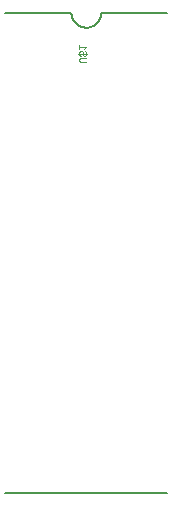
<source format=gbo>
G75*
%MOIN*%
%OFA0B0*%
%FSLAX24Y24*%
%IPPOS*%
%LPD*%
%AMOC8*
5,1,8,0,0,1.08239X$1,22.5*
%
%ADD10C,0.0080*%
%ADD11C,0.0020*%
D10*
X008480Y008400D02*
X013880Y008400D01*
X013880Y024400D02*
X011680Y024400D01*
X011678Y024356D01*
X011672Y024313D01*
X011663Y024271D01*
X011650Y024229D01*
X011633Y024189D01*
X011613Y024150D01*
X011590Y024113D01*
X011563Y024079D01*
X011534Y024046D01*
X011501Y024017D01*
X011467Y023990D01*
X011430Y023967D01*
X011391Y023947D01*
X011351Y023930D01*
X011309Y023917D01*
X011267Y023908D01*
X011224Y023902D01*
X011180Y023900D01*
X011136Y023902D01*
X011093Y023908D01*
X011051Y023917D01*
X011009Y023930D01*
X010969Y023947D01*
X010930Y023967D01*
X010893Y023990D01*
X010859Y024017D01*
X010826Y024046D01*
X010797Y024079D01*
X010770Y024113D01*
X010747Y024150D01*
X010727Y024189D01*
X010710Y024229D01*
X010697Y024271D01*
X010688Y024313D01*
X010682Y024356D01*
X010680Y024400D01*
X008480Y024400D01*
D11*
X010950Y023336D02*
X010950Y023189D01*
X010950Y023262D02*
X011170Y023262D01*
X011097Y023189D01*
X011133Y023115D02*
X011170Y023078D01*
X011170Y023005D01*
X011133Y022968D01*
X011097Y022968D01*
X011060Y023005D01*
X011060Y023078D01*
X011023Y023115D01*
X010987Y023115D01*
X010950Y023078D01*
X010950Y023005D01*
X010987Y022968D01*
X010987Y022894D02*
X011170Y022894D01*
X011170Y022747D02*
X010987Y022747D01*
X010950Y022784D01*
X010950Y022857D01*
X010987Y022894D01*
X010913Y023041D02*
X011207Y023041D01*
M02*

</source>
